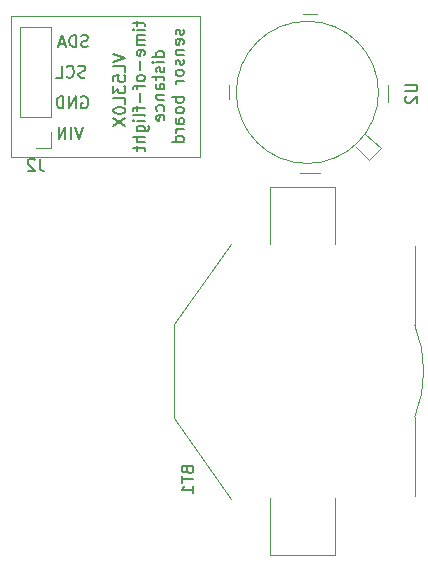
<source format=gbr>
G04 #@! TF.GenerationSoftware,KiCad,Pcbnew,(5.1.9)-1*
G04 #@! TF.CreationDate,2024-02-11T16:08:01+01:00*
G04 #@! TF.ProjectId,tiny_dt_0,74696e79-5f64-4745-9f30-2e6b69636164,rev?*
G04 #@! TF.SameCoordinates,Original*
G04 #@! TF.FileFunction,Legend,Bot*
G04 #@! TF.FilePolarity,Positive*
%FSLAX46Y46*%
G04 Gerber Fmt 4.6, Leading zero omitted, Abs format (unit mm)*
G04 Created by KiCad (PCBNEW (5.1.9)-1) date 2024-02-11 16:08:01*
%MOMM*%
%LPD*%
G01*
G04 APERTURE LIST*
%ADD10C,0.150000*%
%ADD11C,0.120000*%
%ADD12C,0.100000*%
G04 APERTURE END LIST*
D10*
X195477380Y-58183333D02*
X196477380Y-58516666D01*
X195477380Y-58850000D01*
X196477380Y-59659523D02*
X196477380Y-59183333D01*
X195477380Y-59183333D01*
X195477380Y-60469047D02*
X195477380Y-59992857D01*
X195953571Y-59945238D01*
X195905952Y-59992857D01*
X195858333Y-60088095D01*
X195858333Y-60326190D01*
X195905952Y-60421428D01*
X195953571Y-60469047D01*
X196048809Y-60516666D01*
X196286904Y-60516666D01*
X196382142Y-60469047D01*
X196429761Y-60421428D01*
X196477380Y-60326190D01*
X196477380Y-60088095D01*
X196429761Y-59992857D01*
X196382142Y-59945238D01*
X195477380Y-60850000D02*
X195477380Y-61469047D01*
X195858333Y-61135714D01*
X195858333Y-61278571D01*
X195905952Y-61373809D01*
X195953571Y-61421428D01*
X196048809Y-61469047D01*
X196286904Y-61469047D01*
X196382142Y-61421428D01*
X196429761Y-61373809D01*
X196477380Y-61278571D01*
X196477380Y-60992857D01*
X196429761Y-60897619D01*
X196382142Y-60850000D01*
X196477380Y-62373809D02*
X196477380Y-61897619D01*
X195477380Y-61897619D01*
X195477380Y-62897619D02*
X195477380Y-62992857D01*
X195525000Y-63088095D01*
X195572619Y-63135714D01*
X195667857Y-63183333D01*
X195858333Y-63230952D01*
X196096428Y-63230952D01*
X196286904Y-63183333D01*
X196382142Y-63135714D01*
X196429761Y-63088095D01*
X196477380Y-62992857D01*
X196477380Y-62897619D01*
X196429761Y-62802380D01*
X196382142Y-62754761D01*
X196286904Y-62707142D01*
X196096428Y-62659523D01*
X195858333Y-62659523D01*
X195667857Y-62707142D01*
X195572619Y-62754761D01*
X195525000Y-62802380D01*
X195477380Y-62897619D01*
X195477380Y-63564285D02*
X196477380Y-64230952D01*
X195477380Y-64230952D02*
X196477380Y-63564285D01*
X197460714Y-55373809D02*
X197460714Y-55754761D01*
X197127380Y-55516666D02*
X197984523Y-55516666D01*
X198079761Y-55564285D01*
X198127380Y-55659523D01*
X198127380Y-55754761D01*
X198127380Y-56088095D02*
X197460714Y-56088095D01*
X197127380Y-56088095D02*
X197175000Y-56040476D01*
X197222619Y-56088095D01*
X197175000Y-56135714D01*
X197127380Y-56088095D01*
X197222619Y-56088095D01*
X198127380Y-56564285D02*
X197460714Y-56564285D01*
X197555952Y-56564285D02*
X197508333Y-56611904D01*
X197460714Y-56707142D01*
X197460714Y-56850000D01*
X197508333Y-56945238D01*
X197603571Y-56992857D01*
X198127380Y-56992857D01*
X197603571Y-56992857D02*
X197508333Y-57040476D01*
X197460714Y-57135714D01*
X197460714Y-57278571D01*
X197508333Y-57373809D01*
X197603571Y-57421428D01*
X198127380Y-57421428D01*
X198079761Y-58278571D02*
X198127380Y-58183333D01*
X198127380Y-57992857D01*
X198079761Y-57897619D01*
X197984523Y-57850000D01*
X197603571Y-57850000D01*
X197508333Y-57897619D01*
X197460714Y-57992857D01*
X197460714Y-58183333D01*
X197508333Y-58278571D01*
X197603571Y-58326190D01*
X197698809Y-58326190D01*
X197794047Y-57850000D01*
X197746428Y-58754761D02*
X197746428Y-59516666D01*
X198127380Y-60135714D02*
X198079761Y-60040476D01*
X198032142Y-59992857D01*
X197936904Y-59945238D01*
X197651190Y-59945238D01*
X197555952Y-59992857D01*
X197508333Y-60040476D01*
X197460714Y-60135714D01*
X197460714Y-60278571D01*
X197508333Y-60373809D01*
X197555952Y-60421428D01*
X197651190Y-60469047D01*
X197936904Y-60469047D01*
X198032142Y-60421428D01*
X198079761Y-60373809D01*
X198127380Y-60278571D01*
X198127380Y-60135714D01*
X197460714Y-60754761D02*
X197460714Y-61135714D01*
X198127380Y-60897619D02*
X197270238Y-60897619D01*
X197175000Y-60945238D01*
X197127380Y-61040476D01*
X197127380Y-61135714D01*
X197746428Y-61469047D02*
X197746428Y-62230952D01*
X197460714Y-62564285D02*
X197460714Y-62945238D01*
X198127380Y-62707142D02*
X197270238Y-62707142D01*
X197175000Y-62754761D01*
X197127380Y-62850000D01*
X197127380Y-62945238D01*
X198127380Y-63421428D02*
X198079761Y-63326190D01*
X197984523Y-63278571D01*
X197127380Y-63278571D01*
X198127380Y-63802380D02*
X197460714Y-63802380D01*
X197127380Y-63802380D02*
X197175000Y-63754761D01*
X197222619Y-63802380D01*
X197175000Y-63850000D01*
X197127380Y-63802380D01*
X197222619Y-63802380D01*
X197460714Y-64707142D02*
X198270238Y-64707142D01*
X198365476Y-64659523D01*
X198413095Y-64611904D01*
X198460714Y-64516666D01*
X198460714Y-64373809D01*
X198413095Y-64278571D01*
X198079761Y-64707142D02*
X198127380Y-64611904D01*
X198127380Y-64421428D01*
X198079761Y-64326190D01*
X198032142Y-64278571D01*
X197936904Y-64230952D01*
X197651190Y-64230952D01*
X197555952Y-64278571D01*
X197508333Y-64326190D01*
X197460714Y-64421428D01*
X197460714Y-64611904D01*
X197508333Y-64707142D01*
X198127380Y-65183333D02*
X197127380Y-65183333D01*
X198127380Y-65611904D02*
X197603571Y-65611904D01*
X197508333Y-65564285D01*
X197460714Y-65469047D01*
X197460714Y-65326190D01*
X197508333Y-65230952D01*
X197555952Y-65183333D01*
X197460714Y-65945238D02*
X197460714Y-66326190D01*
X197127380Y-66088095D02*
X197984523Y-66088095D01*
X198079761Y-66135714D01*
X198127380Y-66230952D01*
X198127380Y-66326190D01*
X199777380Y-58373809D02*
X198777380Y-58373809D01*
X199729761Y-58373809D02*
X199777380Y-58278571D01*
X199777380Y-58088095D01*
X199729761Y-57992857D01*
X199682142Y-57945238D01*
X199586904Y-57897619D01*
X199301190Y-57897619D01*
X199205952Y-57945238D01*
X199158333Y-57992857D01*
X199110714Y-58088095D01*
X199110714Y-58278571D01*
X199158333Y-58373809D01*
X199777380Y-58850000D02*
X199110714Y-58850000D01*
X198777380Y-58850000D02*
X198825000Y-58802380D01*
X198872619Y-58850000D01*
X198825000Y-58897619D01*
X198777380Y-58850000D01*
X198872619Y-58850000D01*
X199729761Y-59278571D02*
X199777380Y-59373809D01*
X199777380Y-59564285D01*
X199729761Y-59659523D01*
X199634523Y-59707142D01*
X199586904Y-59707142D01*
X199491666Y-59659523D01*
X199444047Y-59564285D01*
X199444047Y-59421428D01*
X199396428Y-59326190D01*
X199301190Y-59278571D01*
X199253571Y-59278571D01*
X199158333Y-59326190D01*
X199110714Y-59421428D01*
X199110714Y-59564285D01*
X199158333Y-59659523D01*
X199110714Y-59992857D02*
X199110714Y-60373809D01*
X198777380Y-60135714D02*
X199634523Y-60135714D01*
X199729761Y-60183333D01*
X199777380Y-60278571D01*
X199777380Y-60373809D01*
X199777380Y-61135714D02*
X199253571Y-61135714D01*
X199158333Y-61088095D01*
X199110714Y-60992857D01*
X199110714Y-60802380D01*
X199158333Y-60707142D01*
X199729761Y-61135714D02*
X199777380Y-61040476D01*
X199777380Y-60802380D01*
X199729761Y-60707142D01*
X199634523Y-60659523D01*
X199539285Y-60659523D01*
X199444047Y-60707142D01*
X199396428Y-60802380D01*
X199396428Y-61040476D01*
X199348809Y-61135714D01*
X199110714Y-61611904D02*
X199777380Y-61611904D01*
X199205952Y-61611904D02*
X199158333Y-61659523D01*
X199110714Y-61754761D01*
X199110714Y-61897619D01*
X199158333Y-61992857D01*
X199253571Y-62040476D01*
X199777380Y-62040476D01*
X199729761Y-62945238D02*
X199777380Y-62850000D01*
X199777380Y-62659523D01*
X199729761Y-62564285D01*
X199682142Y-62516666D01*
X199586904Y-62469047D01*
X199301190Y-62469047D01*
X199205952Y-62516666D01*
X199158333Y-62564285D01*
X199110714Y-62659523D01*
X199110714Y-62850000D01*
X199158333Y-62945238D01*
X199729761Y-63754761D02*
X199777380Y-63659523D01*
X199777380Y-63469047D01*
X199729761Y-63373809D01*
X199634523Y-63326190D01*
X199253571Y-63326190D01*
X199158333Y-63373809D01*
X199110714Y-63469047D01*
X199110714Y-63659523D01*
X199158333Y-63754761D01*
X199253571Y-63802380D01*
X199348809Y-63802380D01*
X199444047Y-63326190D01*
X201379761Y-56088095D02*
X201427380Y-56183333D01*
X201427380Y-56373809D01*
X201379761Y-56469047D01*
X201284523Y-56516666D01*
X201236904Y-56516666D01*
X201141666Y-56469047D01*
X201094047Y-56373809D01*
X201094047Y-56230952D01*
X201046428Y-56135714D01*
X200951190Y-56088095D01*
X200903571Y-56088095D01*
X200808333Y-56135714D01*
X200760714Y-56230952D01*
X200760714Y-56373809D01*
X200808333Y-56469047D01*
X201379761Y-57326190D02*
X201427380Y-57230952D01*
X201427380Y-57040476D01*
X201379761Y-56945238D01*
X201284523Y-56897619D01*
X200903571Y-56897619D01*
X200808333Y-56945238D01*
X200760714Y-57040476D01*
X200760714Y-57230952D01*
X200808333Y-57326190D01*
X200903571Y-57373809D01*
X200998809Y-57373809D01*
X201094047Y-56897619D01*
X200760714Y-57802380D02*
X201427380Y-57802380D01*
X200855952Y-57802380D02*
X200808333Y-57850000D01*
X200760714Y-57945238D01*
X200760714Y-58088095D01*
X200808333Y-58183333D01*
X200903571Y-58230952D01*
X201427380Y-58230952D01*
X201379761Y-58659523D02*
X201427380Y-58754761D01*
X201427380Y-58945238D01*
X201379761Y-59040476D01*
X201284523Y-59088095D01*
X201236904Y-59088095D01*
X201141666Y-59040476D01*
X201094047Y-58945238D01*
X201094047Y-58802380D01*
X201046428Y-58707142D01*
X200951190Y-58659523D01*
X200903571Y-58659523D01*
X200808333Y-58707142D01*
X200760714Y-58802380D01*
X200760714Y-58945238D01*
X200808333Y-59040476D01*
X201427380Y-59659523D02*
X201379761Y-59564285D01*
X201332142Y-59516666D01*
X201236904Y-59469047D01*
X200951190Y-59469047D01*
X200855952Y-59516666D01*
X200808333Y-59564285D01*
X200760714Y-59659523D01*
X200760714Y-59802380D01*
X200808333Y-59897619D01*
X200855952Y-59945238D01*
X200951190Y-59992857D01*
X201236904Y-59992857D01*
X201332142Y-59945238D01*
X201379761Y-59897619D01*
X201427380Y-59802380D01*
X201427380Y-59659523D01*
X201427380Y-60421428D02*
X200760714Y-60421428D01*
X200951190Y-60421428D02*
X200855952Y-60469047D01*
X200808333Y-60516666D01*
X200760714Y-60611904D01*
X200760714Y-60707142D01*
X201427380Y-61802380D02*
X200427380Y-61802380D01*
X200808333Y-61802380D02*
X200760714Y-61897619D01*
X200760714Y-62088095D01*
X200808333Y-62183333D01*
X200855952Y-62230952D01*
X200951190Y-62278571D01*
X201236904Y-62278571D01*
X201332142Y-62230952D01*
X201379761Y-62183333D01*
X201427380Y-62088095D01*
X201427380Y-61897619D01*
X201379761Y-61802380D01*
X201427380Y-62850000D02*
X201379761Y-62754761D01*
X201332142Y-62707142D01*
X201236904Y-62659523D01*
X200951190Y-62659523D01*
X200855952Y-62707142D01*
X200808333Y-62754761D01*
X200760714Y-62850000D01*
X200760714Y-62992857D01*
X200808333Y-63088095D01*
X200855952Y-63135714D01*
X200951190Y-63183333D01*
X201236904Y-63183333D01*
X201332142Y-63135714D01*
X201379761Y-63088095D01*
X201427380Y-62992857D01*
X201427380Y-62850000D01*
X201427380Y-64040476D02*
X200903571Y-64040476D01*
X200808333Y-63992857D01*
X200760714Y-63897619D01*
X200760714Y-63707142D01*
X200808333Y-63611904D01*
X201379761Y-64040476D02*
X201427380Y-63945238D01*
X201427380Y-63707142D01*
X201379761Y-63611904D01*
X201284523Y-63564285D01*
X201189285Y-63564285D01*
X201094047Y-63611904D01*
X201046428Y-63707142D01*
X201046428Y-63945238D01*
X200998809Y-64040476D01*
X201427380Y-64516666D02*
X200760714Y-64516666D01*
X200951190Y-64516666D02*
X200855952Y-64564285D01*
X200808333Y-64611904D01*
X200760714Y-64707142D01*
X200760714Y-64802380D01*
X201427380Y-65564285D02*
X200427380Y-65564285D01*
X201379761Y-65564285D02*
X201427380Y-65469047D01*
X201427380Y-65278571D01*
X201379761Y-65183333D01*
X201332142Y-65135714D01*
X201236904Y-65088095D01*
X200951190Y-65088095D01*
X200855952Y-65135714D01*
X200808333Y-65183333D01*
X200760714Y-65278571D01*
X200760714Y-65469047D01*
X200808333Y-65564285D01*
X193314285Y-57504761D02*
X193171428Y-57552380D01*
X192933333Y-57552380D01*
X192838095Y-57504761D01*
X192790476Y-57457142D01*
X192742857Y-57361904D01*
X192742857Y-57266666D01*
X192790476Y-57171428D01*
X192838095Y-57123809D01*
X192933333Y-57076190D01*
X193123809Y-57028571D01*
X193219047Y-56980952D01*
X193266666Y-56933333D01*
X193314285Y-56838095D01*
X193314285Y-56742857D01*
X193266666Y-56647619D01*
X193219047Y-56600000D01*
X193123809Y-56552380D01*
X192885714Y-56552380D01*
X192742857Y-56600000D01*
X192314285Y-57552380D02*
X192314285Y-56552380D01*
X192076190Y-56552380D01*
X191933333Y-56600000D01*
X191838095Y-56695238D01*
X191790476Y-56790476D01*
X191742857Y-56980952D01*
X191742857Y-57123809D01*
X191790476Y-57314285D01*
X191838095Y-57409523D01*
X191933333Y-57504761D01*
X192076190Y-57552380D01*
X192314285Y-57552380D01*
X191361904Y-57266666D02*
X190885714Y-57266666D01*
X191457142Y-57552380D02*
X191123809Y-56552380D01*
X190790476Y-57552380D01*
X193090476Y-60104761D02*
X192947619Y-60152380D01*
X192709523Y-60152380D01*
X192614285Y-60104761D01*
X192566666Y-60057142D01*
X192519047Y-59961904D01*
X192519047Y-59866666D01*
X192566666Y-59771428D01*
X192614285Y-59723809D01*
X192709523Y-59676190D01*
X192900000Y-59628571D01*
X192995238Y-59580952D01*
X193042857Y-59533333D01*
X193090476Y-59438095D01*
X193090476Y-59342857D01*
X193042857Y-59247619D01*
X192995238Y-59200000D01*
X192900000Y-59152380D01*
X192661904Y-59152380D01*
X192519047Y-59200000D01*
X191519047Y-60057142D02*
X191566666Y-60104761D01*
X191709523Y-60152380D01*
X191804761Y-60152380D01*
X191947619Y-60104761D01*
X192042857Y-60009523D01*
X192090476Y-59914285D01*
X192138095Y-59723809D01*
X192138095Y-59580952D01*
X192090476Y-59390476D01*
X192042857Y-59295238D01*
X191947619Y-59200000D01*
X191804761Y-59152380D01*
X191709523Y-59152380D01*
X191566666Y-59200000D01*
X191519047Y-59247619D01*
X190614285Y-60152380D02*
X191090476Y-60152380D01*
X191090476Y-59152380D01*
X192761904Y-61800000D02*
X192857142Y-61752380D01*
X193000000Y-61752380D01*
X193142857Y-61800000D01*
X193238095Y-61895238D01*
X193285714Y-61990476D01*
X193333333Y-62180952D01*
X193333333Y-62323809D01*
X193285714Y-62514285D01*
X193238095Y-62609523D01*
X193142857Y-62704761D01*
X193000000Y-62752380D01*
X192904761Y-62752380D01*
X192761904Y-62704761D01*
X192714285Y-62657142D01*
X192714285Y-62323809D01*
X192904761Y-62323809D01*
X192285714Y-62752380D02*
X192285714Y-61752380D01*
X191714285Y-62752380D01*
X191714285Y-61752380D01*
X191238095Y-62752380D02*
X191238095Y-61752380D01*
X191000000Y-61752380D01*
X190857142Y-61800000D01*
X190761904Y-61895238D01*
X190714285Y-61990476D01*
X190666666Y-62180952D01*
X190666666Y-62323809D01*
X190714285Y-62514285D01*
X190761904Y-62609523D01*
X190857142Y-62704761D01*
X191000000Y-62752380D01*
X191238095Y-62752380D01*
X192895238Y-64352380D02*
X192561904Y-65352380D01*
X192228571Y-64352380D01*
X191895238Y-65352380D02*
X191895238Y-64352380D01*
X191419047Y-65352380D02*
X191419047Y-64352380D01*
X190847619Y-65352380D01*
X190847619Y-64352380D01*
D11*
X217100000Y-67100000D02*
X216000000Y-66000000D01*
X218100000Y-66100000D02*
X217100000Y-67100000D01*
X216800000Y-64900000D02*
X218100000Y-66100000D01*
X186800000Y-54900000D02*
X186800000Y-66900000D01*
X202800000Y-54900000D02*
X186800000Y-54900000D01*
X202800000Y-66900000D02*
X202800000Y-54900000D01*
X186800000Y-66900000D02*
X202800000Y-66900000D01*
X217920797Y-61400000D02*
G75*
G03*
X217920797Y-61400000I-6020797J0D01*
G01*
D12*
X213000000Y-68250000D02*
X211250000Y-68250000D01*
X205250000Y-62000000D02*
X205250000Y-60750000D01*
X212750000Y-54750000D02*
X211500000Y-54750000D01*
X218750000Y-62250000D02*
X218750000Y-60750000D01*
D11*
X187570000Y-63530000D02*
X190230000Y-63530000D01*
X187570000Y-63530000D02*
X187570000Y-55850000D01*
X187570000Y-55850000D02*
X190230000Y-55850000D01*
X190230000Y-63530000D02*
X190230000Y-55850000D01*
X190230000Y-66130000D02*
X190230000Y-64800000D01*
X188900000Y-66130000D02*
X190230000Y-66130000D01*
X205450000Y-95800000D02*
X200650000Y-88950000D01*
X200650000Y-88950000D02*
X200650000Y-81050000D01*
X200650000Y-81050000D02*
X205450000Y-74250000D01*
X221000000Y-95550000D02*
X221000000Y-88850000D01*
X221000000Y-74450000D02*
X221000000Y-81150000D01*
X214250000Y-95750000D02*
X214250000Y-100550000D01*
X214250000Y-100550000D02*
X208750000Y-100550000D01*
X208750000Y-100550000D02*
X208750000Y-95750000D01*
X208750000Y-74250000D02*
X208750000Y-69450000D01*
X208750000Y-69450000D02*
X214250000Y-69450000D01*
X214250000Y-69450000D02*
X214250000Y-74250000D01*
X221001464Y-88846385D02*
G75*
G03*
X221000000Y-81150000I-9501464J3846385D01*
G01*
D10*
X220202380Y-60738095D02*
X221011904Y-60738095D01*
X221107142Y-60785714D01*
X221154761Y-60833333D01*
X221202380Y-60928571D01*
X221202380Y-61119047D01*
X221154761Y-61214285D01*
X221107142Y-61261904D01*
X221011904Y-61309523D01*
X220202380Y-61309523D01*
X220297619Y-61738095D02*
X220250000Y-61785714D01*
X220202380Y-61880952D01*
X220202380Y-62119047D01*
X220250000Y-62214285D01*
X220297619Y-62261904D01*
X220392857Y-62309523D01*
X220488095Y-62309523D01*
X220630952Y-62261904D01*
X221202380Y-61690476D01*
X221202380Y-62309523D01*
X189233333Y-67022380D02*
X189233333Y-67736666D01*
X189280952Y-67879523D01*
X189376190Y-67974761D01*
X189519047Y-68022380D01*
X189614285Y-68022380D01*
X188804761Y-67117619D02*
X188757142Y-67070000D01*
X188661904Y-67022380D01*
X188423809Y-67022380D01*
X188328571Y-67070000D01*
X188280952Y-67117619D01*
X188233333Y-67212857D01*
X188233333Y-67308095D01*
X188280952Y-67450952D01*
X188852380Y-68022380D01*
X188233333Y-68022380D01*
X201728571Y-93364285D02*
X201776190Y-93507142D01*
X201823809Y-93554761D01*
X201919047Y-93602380D01*
X202061904Y-93602380D01*
X202157142Y-93554761D01*
X202204761Y-93507142D01*
X202252380Y-93411904D01*
X202252380Y-93030952D01*
X201252380Y-93030952D01*
X201252380Y-93364285D01*
X201300000Y-93459523D01*
X201347619Y-93507142D01*
X201442857Y-93554761D01*
X201538095Y-93554761D01*
X201633333Y-93507142D01*
X201680952Y-93459523D01*
X201728571Y-93364285D01*
X201728571Y-93030952D01*
X201252380Y-93888095D02*
X201252380Y-94459523D01*
X202252380Y-94173809D02*
X201252380Y-94173809D01*
X202252380Y-95316666D02*
X202252380Y-94745238D01*
X202252380Y-95030952D02*
X201252380Y-95030952D01*
X201395238Y-94935714D01*
X201490476Y-94840476D01*
X201538095Y-94745238D01*
M02*

</source>
